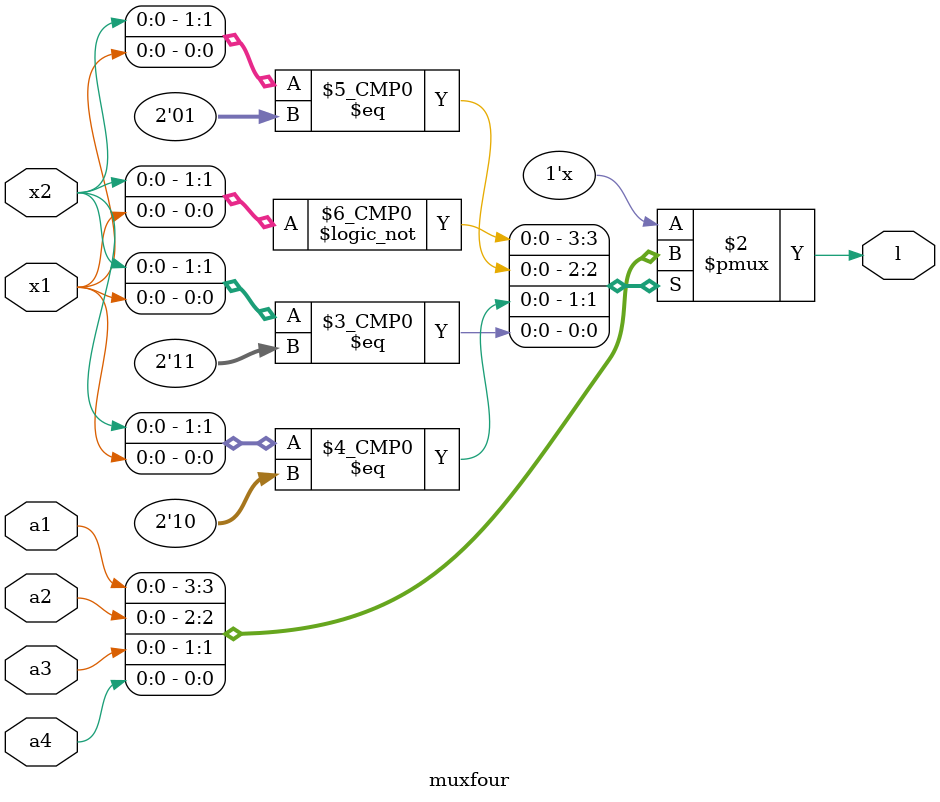
<source format=v>
module muxfour(a1, a2, a3, a4, x1, x2, l);
input a1, a2, a3, a4;
input x1, x2;
output reg l;

always@( * )
begin
	case ({x2, x1})
		2'b00: l <= a1;
		2'b01: l <= a2;
		2'b10: l <= a3;
		2'b11: l <= a4;
	endcase
end
endmodule
	

</source>
